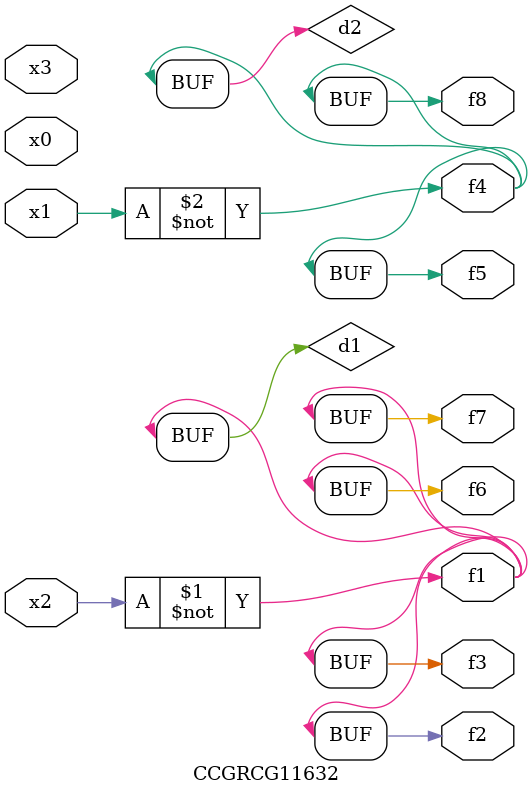
<source format=v>
module CCGRCG11632(
	input x0, x1, x2, x3,
	output f1, f2, f3, f4, f5, f6, f7, f8
);

	wire d1, d2;

	xnor (d1, x2);
	not (d2, x1);
	assign f1 = d1;
	assign f2 = d1;
	assign f3 = d1;
	assign f4 = d2;
	assign f5 = d2;
	assign f6 = d1;
	assign f7 = d1;
	assign f8 = d2;
endmodule

</source>
